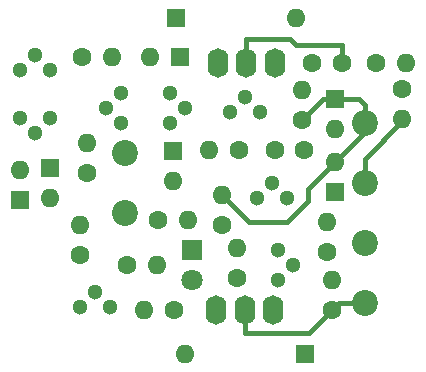
<source format=gbr>
%TF.GenerationSoftware,KiCad,Pcbnew,6.0.2+dfsg-1*%
%TF.CreationDate,2023-01-26T19:30:16+01:00*%
%TF.ProjectId,SK25,534b3235-2e6b-4696-9361-645f70636258,rev?*%
%TF.SameCoordinates,Original*%
%TF.FileFunction,Soldermask,Bot*%
%TF.FilePolarity,Negative*%
%FSLAX46Y46*%
G04 Gerber Fmt 4.6, Leading zero omitted, Abs format (unit mm)*
G04 Created by KiCad (PCBNEW 6.0.2+dfsg-1) date 2023-01-26 19:30:16*
%MOMM*%
%LPD*%
G01*
G04 APERTURE LIST*
%ADD10C,0.400000*%
%ADD11C,1.600000*%
%ADD12R,1.600000X1.600000*%
%ADD13O,1.600000X1.600000*%
%ADD14R,1.800000X1.800000*%
%ADD15C,1.800000*%
%ADD16C,2.200000*%
%ADD17C,1.300000*%
%ADD18O,1.747520X2.499360*%
G04 APERTURE END LIST*
D10*
X159102000Y-98552000D02*
X162336878Y-98552000D01*
X164211000Y-107950000D02*
X158750000Y-107950000D01*
X166751000Y-105410000D02*
X164211000Y-107950000D01*
X159102000Y-98552000D02*
X156845000Y-96295000D01*
X165383000Y-88138000D02*
X168402000Y-88138000D01*
X167894000Y-105410000D02*
X166751000Y-105410000D01*
X168910000Y-93218000D02*
X172085000Y-90043000D01*
X162560000Y-83058000D02*
X158877000Y-83058000D01*
X168910000Y-88646000D02*
X168910000Y-90170000D01*
X163068000Y-83566000D02*
X162560000Y-83058000D01*
X168910000Y-95250000D02*
X168910000Y-93218000D01*
X164084000Y-95786686D02*
X164084000Y-96804878D01*
X167005000Y-84455000D02*
X167005000Y-83566000D01*
X168402000Y-88138000D02*
X168910000Y-88646000D01*
X158877000Y-83058000D02*
X158877000Y-83947000D01*
X162336878Y-98552000D02*
X164084000Y-96804878D01*
X167005000Y-83566000D02*
X163068000Y-83566000D01*
X165383000Y-88138000D02*
X163576000Y-89945000D01*
X158750000Y-107061000D02*
X158750000Y-107950000D01*
X164084000Y-95786686D02*
X168910000Y-90960686D01*
D11*
%TO.C,C1*%
X163810000Y-92456000D03*
X161310000Y-92456000D03*
%TD*%
D12*
%TO.C,D1*%
X142240000Y-93980000D03*
D13*
X142240000Y-96520000D03*
%TD*%
D12*
%TO.C,D2*%
X139700000Y-96675686D03*
D13*
X139700000Y-94135686D03*
%TD*%
D14*
%TO.C,D3*%
X154305000Y-100965000D03*
D15*
X154305000Y-103505000D03*
%TD*%
D12*
%TO.C,D4*%
X153260315Y-84582000D03*
D13*
X150720315Y-84582000D03*
%TD*%
D12*
%TO.C,D5*%
X163830000Y-109728000D03*
D13*
X153670000Y-109728000D03*
%TD*%
D12*
%TO.C,D6*%
X152908000Y-81280000D03*
D13*
X163068000Y-81280000D03*
%TD*%
D12*
%TO.C,D7*%
X166370000Y-96040686D03*
D13*
X166370000Y-93500686D03*
%TD*%
D12*
%TO.C,D8*%
X166370000Y-88138000D03*
D13*
X166370000Y-90678000D03*
%TD*%
D12*
%TO.C,D9*%
X152654000Y-92554315D03*
D13*
X152654000Y-95094315D03*
%TD*%
D16*
%TO.C,J2*%
X148590000Y-92710000D03*
%TD*%
%TO.C,J3*%
X168910000Y-105410000D03*
%TD*%
%TO.C,J4*%
X168910000Y-90170000D03*
%TD*%
%TO.C,J5*%
X168910000Y-95250000D03*
%TD*%
D11*
%TO.C,L1*%
X151405000Y-98425000D03*
D13*
X153945000Y-98425000D03*
%TD*%
D17*
%TO.C,Q2*%
X148315000Y-90170000D03*
X147045000Y-88900000D03*
X148315000Y-87630000D03*
%TD*%
%TO.C,Q3*%
X152400000Y-87630000D03*
X153670000Y-88900000D03*
X152400000Y-90170000D03*
%TD*%
%TO.C,Q4*%
X139700000Y-85725000D03*
X140970000Y-84455000D03*
X142240000Y-85725000D03*
%TD*%
%TO.C,Q5*%
X142240000Y-89810000D03*
X140970000Y-91080000D03*
X139700000Y-89810000D03*
%TD*%
%TO.C,Q6*%
X159766000Y-96520000D03*
X161036000Y-95250000D03*
X162306000Y-96520000D03*
%TD*%
%TO.C,Q7*%
X161565000Y-100965000D03*
X162835000Y-102235000D03*
X161565000Y-103505000D03*
%TD*%
%TO.C,Q8*%
X157480000Y-89260000D03*
X158750000Y-87990000D03*
X160020000Y-89260000D03*
%TD*%
D18*
%TO.C,Q10*%
X161290000Y-85090000D03*
X158902400Y-85090000D03*
X156514800Y-85090000D03*
%TD*%
D11*
%TO.C,R1*%
X152810000Y-106045000D03*
D13*
X150270000Y-106045000D03*
%TD*%
D11*
%TO.C,R2*%
X144780000Y-101375000D03*
D13*
X144780000Y-98835000D03*
%TD*%
D11*
%TO.C,R3*%
X148815000Y-102235000D03*
D13*
X151355000Y-102235000D03*
%TD*%
D11*
%TO.C,R4*%
X145005000Y-84582000D03*
D13*
X147545000Y-84582000D03*
%TD*%
D11*
%TO.C,R5*%
X145415000Y-94390000D03*
D13*
X145415000Y-91850000D03*
%TD*%
D11*
%TO.C,R6*%
X158115000Y-103280000D03*
D13*
X158115000Y-100740000D03*
%TD*%
D11*
%TO.C,R7*%
X158242000Y-92456000D03*
D13*
X155702000Y-92456000D03*
%TD*%
D11*
%TO.C,R8*%
X169897000Y-85090000D03*
D13*
X172437000Y-85090000D03*
%TD*%
D11*
%TO.C,R9*%
X166116000Y-106045000D03*
D13*
X166116000Y-103505000D03*
%TD*%
D11*
%TO.C,R10*%
X165735000Y-101121000D03*
D13*
X165735000Y-98581000D03*
%TD*%
D11*
%TO.C,R12*%
X156845000Y-98835000D03*
D13*
X156845000Y-96295000D03*
%TD*%
D11*
%TO.C,R13*%
X163576000Y-89945000D03*
D13*
X163576000Y-87405000D03*
%TD*%
D16*
%TO.C,J6*%
X168910000Y-100330000D03*
%TD*%
%TO.C,J1*%
X148590000Y-97790000D03*
%TD*%
D18*
%TO.C,Q9*%
X156362400Y-106045000D03*
X158750000Y-106045000D03*
X161137600Y-106045000D03*
%TD*%
D11*
%TO.C,C2*%
X164485000Y-85090000D03*
X166985000Y-85090000D03*
%TD*%
D17*
%TO.C,Q1*%
X144780000Y-105770000D03*
X146050000Y-104500000D03*
X147320000Y-105770000D03*
%TD*%
D11*
%TO.C,R11*%
X172085000Y-87347000D03*
D13*
X172085000Y-89887000D03*
%TD*%
M02*

</source>
